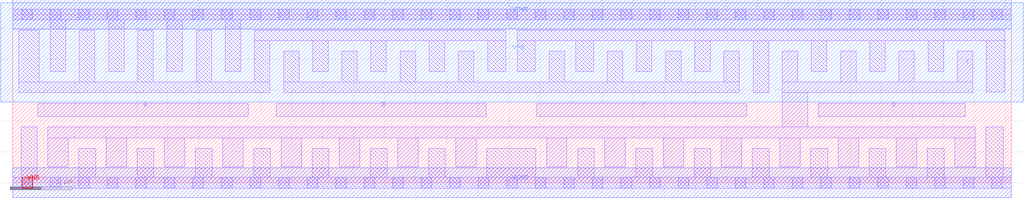
<source format=lef>
# Copyright 2020 The SkyWater PDK Authors
#
# Licensed under the Apache License, Version 2.0 (the "License");
# you may not use this file except in compliance with the License.
# You may obtain a copy of the License at
#
#     https://www.apache.org/licenses/LICENSE-2.0
#
# Unless required by applicable law or agreed to in writing, software
# distributed under the License is distributed on an "AS IS" BASIS,
# WITHOUT WARRANTIES OR CONDITIONS OF ANY KIND, either express or implied.
# See the License for the specific language governing permissions and
# limitations under the License.
#
# SPDX-License-Identifier: Apache-2.0

VERSION 5.7 ;
  NOWIREEXTENSIONATPIN ON ;
  DIVIDERCHAR "/" ;
  BUSBITCHARS "[]" ;
PROPERTYDEFINITIONS
  MACRO maskLayoutSubType STRING ;
  MACRO prCellType STRING ;
  MACRO originalViewName STRING ;
END PROPERTYDEFINITIONS
MACRO sky130_fd_sc_hdll__nor4_8
  CLASS CORE ;
  FOREIGN sky130_fd_sc_hdll__nor4_8 ;
  ORIGIN  0.000000  0.000000 ;
  SIZE  16.10000 BY  2.720000 ;
  SYMMETRY X Y R90 ;
  SITE unithd ;
  PIN A
    ANTENNAGATEAREA  2.220000 ;
    DIRECTION INPUT ;
    USE SIGNAL ;
    PORT
      LAYER li1 ;
        RECT 0.405000 1.075000 3.795000 1.285000 ;
    END
  END A
  PIN B
    ANTENNAGATEAREA  2.220000 ;
    DIRECTION INPUT ;
    USE SIGNAL ;
    PORT
      LAYER li1 ;
        RECT 4.245000 1.075000 7.635000 1.285000 ;
    END
  END B
  PIN C
    ANTENNAGATEAREA  2.220000 ;
    DIRECTION INPUT ;
    USE SIGNAL ;
    PORT
      LAYER li1 ;
        RECT 8.445000 1.075000 11.835000 1.285000 ;
    END
  END C
  PIN D
    ANTENNAGATEAREA  2.220000 ;
    DIRECTION INPUT ;
    USE SIGNAL ;
    PORT
      LAYER li1 ;
        RECT 12.985000 1.075000 15.355000 1.285000 ;
    END
  END D
  PIN VGND
    ANTENNADIFFAREA  4.355000 ;
    DIRECTION INOUT ;
    USE SIGNAL ;
    PORT
      LAYER met1 ;
        RECT 0.000000 -0.240000 16.100000 0.240000 ;
    END
  END VGND
  PIN VPWR
    ANTENNADIFFAREA  1.160000 ;
    DIRECTION INOUT ;
    USE SIGNAL ;
    PORT
      LAYER met1 ;
        RECT 0.000000 2.480000 16.100000 2.960000 ;
    END
  END VPWR
  PIN Y
    ANTENNADIFFAREA  3.968000 ;
    DIRECTION OUTPUT ;
    USE SIGNAL ;
    PORT
      LAYER li1 ;
        RECT  0.565000 0.255000  0.895000 0.725000 ;
        RECT  0.565000 0.725000 15.515000 0.905000 ;
        RECT  1.505000 0.255000  1.835000 0.725000 ;
        RECT  2.445000 0.255000  2.775000 0.725000 ;
        RECT  3.385000 0.255000  3.715000 0.725000 ;
        RECT  4.325000 0.255000  4.655000 0.725000 ;
        RECT  5.265000 0.255000  5.595000 0.725000 ;
        RECT  6.205000 0.255000  6.535000 0.725000 ;
        RECT  7.145000 0.255000  7.475000 0.725000 ;
        RECT  8.605000 0.255000  8.935000 0.725000 ;
        RECT  9.545000 0.255000  9.875000 0.725000 ;
        RECT 10.485000 0.255000 10.815000 0.725000 ;
        RECT 11.425000 0.255000 11.755000 0.725000 ;
        RECT 12.365000 0.255000 12.695000 0.725000 ;
        RECT 12.405000 0.905000 12.815000 1.455000 ;
        RECT 12.405000 1.455000 15.475000 1.625000 ;
        RECT 12.405000 1.625000 12.655000 2.125000 ;
        RECT 13.305000 0.255000 13.635000 0.725000 ;
        RECT 13.345000 1.625000 13.595000 2.125000 ;
        RECT 14.245000 0.255000 14.575000 0.725000 ;
        RECT 14.285000 1.625000 14.535000 2.125000 ;
        RECT 15.185000 0.255000 15.515000 0.725000 ;
        RECT 15.225000 1.625000 15.475000 2.125000 ;
    END
  END Y
  PIN VNB
    DIRECTION INOUT ;
    USE GROUND ;
    PORT
      LAYER pwell ;
        RECT 0.150000 -0.085000 0.320000 0.085000 ;
    END
  END VNB
  PIN VPB
    DIRECTION INOUT ;
    USE POWER ;
    PORT
      LAYER nwell ;
        RECT -0.190000 1.305000 16.290000 2.910000 ;
    END
  END VPB
  OBS
    LAYER li1 ;
      RECT  0.000000 -0.085000 16.100000 0.085000 ;
      RECT  0.000000  2.635000 16.100000 2.805000 ;
      RECT  0.095000  1.455000  4.145000 1.625000 ;
      RECT  0.095000  1.625000  0.425000 2.465000 ;
      RECT  0.135000  0.085000  0.395000 0.905000 ;
      RECT  0.605000  1.795000  0.855000 2.635000 ;
      RECT  1.065000  0.085000  1.335000 0.555000 ;
      RECT  1.075000  1.625000  1.325000 2.465000 ;
      RECT  1.545000  1.795000  1.795000 2.635000 ;
      RECT  2.005000  0.085000  2.275000 0.555000 ;
      RECT  2.015000  1.625000  2.265000 2.465000 ;
      RECT  2.485000  1.795000  2.735000 2.635000 ;
      RECT  2.945000  0.085000  3.215000 0.555000 ;
      RECT  2.955000  1.625000  3.205000 2.465000 ;
      RECT  3.425000  1.795000  3.675000 2.635000 ;
      RECT  3.885000  0.085000  4.155000 0.555000 ;
      RECT  3.895000  1.625000  4.145000 2.295000 ;
      RECT  3.895000  2.295000  7.945000 2.465000 ;
      RECT  4.365000  1.455000 11.715000 1.625000 ;
      RECT  4.365000  1.625000  4.615000 2.125000 ;
      RECT  4.825000  0.085000  5.095000 0.555000 ;
      RECT  4.835000  1.795000  5.085000 2.295000 ;
      RECT  5.305000  1.625000  5.555000 2.125000 ;
      RECT  5.765000  0.085000  6.035000 0.555000 ;
      RECT  5.775000  1.795000  6.025000 2.295000 ;
      RECT  6.245000  1.625000  6.495000 2.125000 ;
      RECT  6.705000  0.085000  6.975000 0.555000 ;
      RECT  6.715000  1.795000  6.965000 2.295000 ;
      RECT  7.185000  1.625000  7.435000 2.125000 ;
      RECT  7.645000  0.085000  8.435000 0.555000 ;
      RECT  7.655000  1.795000  7.945000 2.295000 ;
      RECT  8.135000  1.795000  8.425000 2.295000 ;
      RECT  8.135000  2.295000 15.995000 2.465000 ;
      RECT  8.645000  1.625000  8.895000 2.125000 ;
      RECT  9.075000  1.795000  9.365000 2.295000 ;
      RECT  9.105000  0.085000  9.375000 0.555000 ;
      RECT  9.585000  1.625000  9.835000 2.125000 ;
      RECT 10.045000  0.085000 10.315000 0.555000 ;
      RECT 10.055000  1.795000 10.305000 2.295000 ;
      RECT 10.525000  1.625000 10.775000 2.125000 ;
      RECT 10.985000  0.085000 11.255000 0.555000 ;
      RECT 10.995000  1.795000 11.245000 2.295000 ;
      RECT 11.465000  1.625000 11.715000 2.125000 ;
      RECT 11.925000  0.085000 12.195000 0.555000 ;
      RECT 11.935000  1.455000 12.185000 2.295000 ;
      RECT 12.865000  0.085000 13.135000 0.555000 ;
      RECT 12.875000  1.795000 13.125000 2.295000 ;
      RECT 13.805000  0.085000 14.075000 0.555000 ;
      RECT 13.815000  1.795000 14.065000 2.295000 ;
      RECT 14.745000  0.085000 15.015000 0.555000 ;
      RECT 14.755000  1.795000 15.005000 2.295000 ;
      RECT 15.685000  0.085000 15.965000 0.905000 ;
      RECT 15.695000  1.465000 15.995000 2.295000 ;
    LAYER mcon ;
      RECT  0.145000 -0.085000  0.315000 0.085000 ;
      RECT  0.145000  2.635000  0.315000 2.805000 ;
      RECT  0.605000 -0.085000  0.775000 0.085000 ;
      RECT  0.605000  2.635000  0.775000 2.805000 ;
      RECT  1.065000 -0.085000  1.235000 0.085000 ;
      RECT  1.065000  2.635000  1.235000 2.805000 ;
      RECT  1.525000 -0.085000  1.695000 0.085000 ;
      RECT  1.525000  2.635000  1.695000 2.805000 ;
      RECT  1.985000 -0.085000  2.155000 0.085000 ;
      RECT  1.985000  2.635000  2.155000 2.805000 ;
      RECT  2.445000 -0.085000  2.615000 0.085000 ;
      RECT  2.445000  2.635000  2.615000 2.805000 ;
      RECT  2.905000 -0.085000  3.075000 0.085000 ;
      RECT  2.905000  2.635000  3.075000 2.805000 ;
      RECT  3.365000 -0.085000  3.535000 0.085000 ;
      RECT  3.365000  2.635000  3.535000 2.805000 ;
      RECT  3.825000 -0.085000  3.995000 0.085000 ;
      RECT  3.825000  2.635000  3.995000 2.805000 ;
      RECT  4.285000 -0.085000  4.455000 0.085000 ;
      RECT  4.285000  2.635000  4.455000 2.805000 ;
      RECT  4.745000 -0.085000  4.915000 0.085000 ;
      RECT  4.745000  2.635000  4.915000 2.805000 ;
      RECT  5.205000 -0.085000  5.375000 0.085000 ;
      RECT  5.205000  2.635000  5.375000 2.805000 ;
      RECT  5.665000 -0.085000  5.835000 0.085000 ;
      RECT  5.665000  2.635000  5.835000 2.805000 ;
      RECT  6.125000 -0.085000  6.295000 0.085000 ;
      RECT  6.125000  2.635000  6.295000 2.805000 ;
      RECT  6.585000 -0.085000  6.755000 0.085000 ;
      RECT  6.585000  2.635000  6.755000 2.805000 ;
      RECT  7.045000 -0.085000  7.215000 0.085000 ;
      RECT  7.045000  2.635000  7.215000 2.805000 ;
      RECT  7.505000 -0.085000  7.675000 0.085000 ;
      RECT  7.505000  2.635000  7.675000 2.805000 ;
      RECT  7.965000 -0.085000  8.135000 0.085000 ;
      RECT  7.965000  2.635000  8.135000 2.805000 ;
      RECT  8.425000 -0.085000  8.595000 0.085000 ;
      RECT  8.425000  2.635000  8.595000 2.805000 ;
      RECT  8.885000 -0.085000  9.055000 0.085000 ;
      RECT  8.885000  2.635000  9.055000 2.805000 ;
      RECT  9.345000 -0.085000  9.515000 0.085000 ;
      RECT  9.345000  2.635000  9.515000 2.805000 ;
      RECT  9.805000 -0.085000  9.975000 0.085000 ;
      RECT  9.805000  2.635000  9.975000 2.805000 ;
      RECT 10.265000 -0.085000 10.435000 0.085000 ;
      RECT 10.265000  2.635000 10.435000 2.805000 ;
      RECT 10.725000 -0.085000 10.895000 0.085000 ;
      RECT 10.725000  2.635000 10.895000 2.805000 ;
      RECT 11.185000 -0.085000 11.355000 0.085000 ;
      RECT 11.185000  2.635000 11.355000 2.805000 ;
      RECT 11.645000 -0.085000 11.815000 0.085000 ;
      RECT 11.645000  2.635000 11.815000 2.805000 ;
      RECT 12.105000 -0.085000 12.275000 0.085000 ;
      RECT 12.105000  2.635000 12.275000 2.805000 ;
      RECT 12.565000 -0.085000 12.735000 0.085000 ;
      RECT 12.565000  2.635000 12.735000 2.805000 ;
      RECT 13.025000 -0.085000 13.195000 0.085000 ;
      RECT 13.025000  2.635000 13.195000 2.805000 ;
      RECT 13.485000 -0.085000 13.655000 0.085000 ;
      RECT 13.485000  2.635000 13.655000 2.805000 ;
      RECT 13.945000 -0.085000 14.115000 0.085000 ;
      RECT 13.945000  2.635000 14.115000 2.805000 ;
      RECT 14.405000 -0.085000 14.575000 0.085000 ;
      RECT 14.405000  2.635000 14.575000 2.805000 ;
      RECT 14.865000 -0.085000 15.035000 0.085000 ;
      RECT 14.865000  2.635000 15.035000 2.805000 ;
      RECT 15.325000 -0.085000 15.495000 0.085000 ;
      RECT 15.325000  2.635000 15.495000 2.805000 ;
      RECT 15.785000 -0.085000 15.955000 0.085000 ;
      RECT 15.785000  2.635000 15.955000 2.805000 ;
  END
  PROPERTY maskLayoutSubType "abstract" ;
  PROPERTY prCellType "standard" ;
  PROPERTY originalViewName "layout" ;
END sky130_fd_sc_hdll__nor4_8
END LIBRARY

</source>
